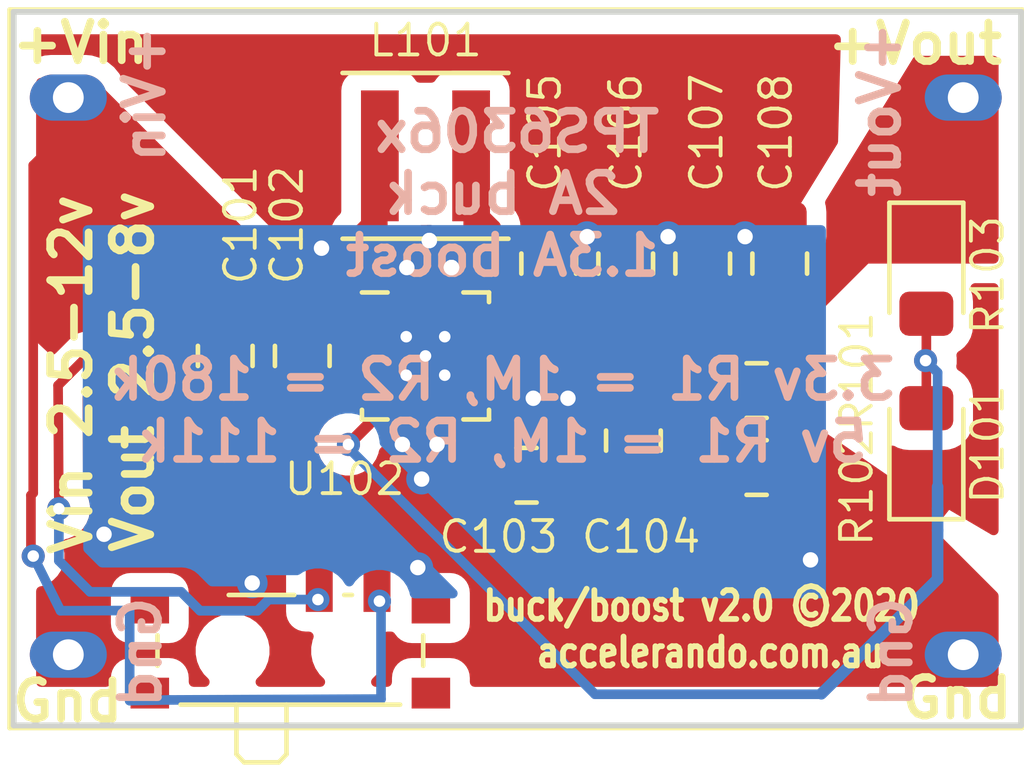
<source format=kicad_pcb>
(kicad_pcb (version 20211014) (generator pcbnew)
  (layers (0 "F.Cu" signal) (31 "B.Cu" signal) (34 "B.Paste" user) (35 "F.Paste" user) (36 "B.SilkS" user "B.Silkscreen") (37 "F.SilkS" user "F.Silkscreen") (38 "B.Mask" user) (39 "F.Mask" user) (44 "Edge.Cuts" user))
  (net 0 "")
  (net 1 "GND")
  (net 2 "+BATT")
  (net 3 "VCC")
  (net 4 "/PG")
  (net 5 "/EN")
  (net 6 "/VAUX")
  (net 7 "/FB")
  (net 8 "/L1")
  (net 9 "/L2")
  (footprint "Capacitor_SMD:C_0805_2012Metric_Pad1.15x1.40mm_HandSolder" (layer "F.Cu") (at 121.7 92 -90)
    (fp_text reference "C101" (at -3.4 -0.4 -90) (layer "F.SilkS") (effects (font (size 0.8 0.8) (thickness 0.1))))
    (fp_text value "10u")
    (fp_line (start -0.261252 -0.71) (end 0.261252 -0.71) (layer "F.SilkS") (width 0.12))
    (fp_line (start -0.261252 0.71) (end 0.261252 0.71) (layer "F.SilkS") (width 0.12))
    (pad "1" smd roundrect locked (at -1.025 0 270) (size 1.15 1.4) (layers "F.Cu" "F.Paste" "F.Mask") (roundrect_rratio 0.2173913043) (net 2 "+BATT"))
    (pad "2" smd roundrect locked (at 1.025 0 270) (size 1.15 1.4) (layers "F.Cu" "F.Paste" "F.Mask") (roundrect_rratio 0.2173913043) (net 1 "GND"))
  )
  (footprint "Capacitor_SMD:C_0805_2012Metric_Pad1.15x1.40mm_HandSolder" (layer "F.Cu") (at 123.7 92 -90)
    (fp_text reference "C102" (at -3.4 0.4 -90) (layer "F.SilkS") (effects (font (size 0.8 0.8) (thickness 0.1))))
    (fp_text value "10u")
    (fp_line (start -0.261252 0.71) (end 0.261252 0.71) (layer "F.SilkS") (width 0.12))
    (fp_line (start -0.261252 -0.71) (end 0.261252 -0.71) (layer "F.SilkS") (width 0.12))
    (pad "1" smd roundrect locked (at -1.025 0 270) (size 1.15 1.4) (layers "F.Cu" "F.Paste" "F.Mask") (roundrect_rratio 0.2173913043) (net 2 "+BATT"))
    (pad "2" smd roundrect locked (at 1.025 0 270) (size 1.15 1.4) (layers "F.Cu" "F.Paste" "F.Mask") (roundrect_rratio 0.2173913043) (net 1 "GND"))
  )
  (footprint "Capacitor_SMD:C_0805_2012Metric_Pad1.15x1.40mm_HandSolder" (layer "F.Cu") (at 130.1 89.6 90)
    (fp_text reference "C105" (at 3.4 -0.1 90) (layer "F.SilkS") (effects (font (size 0.8 0.8) (thickness 0.1))))
    (fp_text value "10u")
    (fp_line (start -0.261252 0.71) (end 0.261252 0.71) (layer "F.SilkS") (width 0.12))
    (fp_line (start -0.261252 -0.71) (end 0.261252 -0.71) (layer "F.SilkS") (width 0.12))
    (pad "1" smd roundrect locked (at -1.025 0 90) (size 1.15 1.4) (layers "F.Cu" "F.Paste" "F.Mask") (roundrect_rratio 0.2173913043) (net 3 "VCC"))
    (pad "2" smd roundrect locked (at 1.025 0 90) (size 1.15 1.4) (layers "F.Cu" "F.Paste" "F.Mask") (roundrect_rratio 0.2173913043) (net 1 "GND"))
  )
  (footprint "Capacitor_SMD:C_0805_2012Metric_Pad1.15x1.40mm_HandSolder" (layer "F.Cu") (at 132.1 89.6 90)
    (fp_text reference "C106" (at 3.4 0 90) (layer "F.SilkS") (effects (font (size 0.8 0.8) (thickness 0.1))))
    (fp_text value "10u")
    (fp_line (start -0.261252 0.71) (end 0.261252 0.71) (layer "F.SilkS") (width 0.12))
    (fp_line (start -0.261252 -0.71) (end 0.261252 -0.71) (layer "F.SilkS") (width 0.12))
    (pad "1" smd roundrect locked (at -1.025 0 90) (size 1.15 1.4) (layers "F.Cu" "F.Paste" "F.Mask") (roundrect_rratio 0.2173913043) (net 3 "VCC"))
    (pad "2" smd roundrect locked (at 1.025 0 90) (size 1.15 1.4) (layers "F.Cu" "F.Paste" "F.Mask") (roundrect_rratio 0.2173913043) (net 1 "GND"))
  )
  (footprint "Capacitor_SMD:C_0805_2012Metric_Pad1.15x1.40mm_HandSolder" (layer "F.Cu") (at 134.1 89.6 90)
    (fp_text reference "C107" (at 3.4 0.1 90) (layer "F.SilkS") (effects (font (size 0.8 0.8) (thickness 0.1))))
    (fp_text value "10u")
    (fp_line (start -0.261252 -0.71) (end 0.261252 -0.71) (layer "F.SilkS") (width 0.12))
    (fp_line (start -0.261252 0.71) (end 0.261252 0.71) (layer "F.SilkS") (width 0.12))
    (pad "1" smd roundrect locked (at -1.025 0 90) (size 1.15 1.4) (layers "F.Cu" "F.Paste" "F.Mask") (roundrect_rratio 0.2173913043) (net 3 "VCC"))
    (pad "2" smd roundrect locked (at 1.025 0 90) (size 1.15 1.4) (layers "F.Cu" "F.Paste" "F.Mask") (roundrect_rratio 0.2173913043) (net 1 "GND"))
  )
  (footprint "Capacitor_SMD:C_0805_2012Metric_Pad1.15x1.40mm_HandSolder" (layer "F.Cu") (at 136.1 89.6 90)
    (fp_text reference "C108" (at 3.4 -0.1 90) (layer "F.SilkS") (effects (font (size 0.8 0.8) (thickness 0.1))))
    (fp_text value "C")
    (fp_line (start -0.261252 -0.71) (end 0.261252 -0.71) (layer "F.SilkS") (width 0.12))
    (fp_line (start -0.261252 0.71) (end 0.261252 0.71) (layer "F.SilkS") (width 0.12))
    (pad "1" smd roundrect locked (at -1.025 0 90) (size 1.15 1.4) (layers "F.Cu" "F.Paste" "F.Mask") (roundrect_rratio 0.2173913043) (net 3 "VCC"))
    (pad "2" smd roundrect locked (at 1.025 0 90) (size 1.15 1.4) (layers "F.Cu" "F.Paste" "F.Mask") (roundrect_rratio 0.2173913043) (net 1 "GND"))
  )
  (footprint "Inductor_SMD:L_Coilcraft_XxL4020" (layer "F.Cu") (at 126.9 86.8)
    (fp_text reference "L101" (at 0 -3) (layer "F.SilkS") (effects (font (size 0.8 0.8) (thickness 0.1))))
    (fp_text value "LPS4020-152")
    (fp_line (start -2.154 -2.154) (end 2.154 -2.154) (layer "F.SilkS") (width 0.12))
    (fp_line (start 2.154 2.154) (end -2.154 2.154) (layer "F.SilkS") (width 0.12))
    (pad "1" smd rect locked (at -1.185 0) (size 0.98 3.4) (layers "F.Cu" "F.Paste" "F.Mask") (net 8 "/L1"))
    (pad "2" smd rect locked (at 1.185 0) (size 0.98 3.4) (layers "F.Cu" "F.Paste" "F.Mask") (net 9 "/L2"))
  )
  (footprint "Resistor_SMD:R_0805_2012Metric_Pad1.15x1.40mm_HandSolder" (layer "F.Cu") (at 135.5 92.9 180)
    (fp_text reference "R101" (at -2.6 0.5 90) (layer "F.SilkS") (effects (font (size 0.8 0.8) (thickness 0.1))))
    (fp_text value "1M")
    (fp_line (start -0.261252 -0.71) (end 0.261252 -0.71) (layer "F.SilkS") (width 0.12))
    (fp_line (start -0.261252 0.71) (end 0.261252 0.71) (layer "F.SilkS") (width 0.12))
    (pad "1" smd roundrect locked (at -1.025 0 180) (size 1.15 1.4) (layers "F.Cu" "F.Paste" "F.Mask") (roundrect_rratio 0.2173913043) (net 3 "VCC"))
    (pad "2" smd roundrect locked (at 1.025 0 180) (size 1.15 1.4) (layers "F.Cu" "F.Paste" "F.Mask") (roundrect_rratio 0.2173913043) (net 7 "/FB"))
  )
  (footprint "Resistor_SMD:R_0805_2012Metric_Pad1.15x1.40mm_HandSolder" (layer "F.Cu") (at 135.5 94.9)
    (fp_text reference "R102" (at 2.6 0.5 90) (layer "F.SilkS") (effects (font (size 0.8 0.8) (thickness 0.1))))
    (fp_text value "180k")
    (fp_line (start -0.261252 -0.71) (end 0.261252 -0.71) (layer "F.SilkS") (width 0.12))
    (fp_line (start -0.261252 0.71) (end 0.261252 0.71) (layer "F.SilkS") (width 0.12))
    (pad "1" smd roundrect locked (at -1.025 0) (size 1.15 1.4) (layers "F.Cu" "F.Paste" "F.Mask") (roundrect_rratio 0.2173913043) (net 7 "/FB"))
    (pad "2" smd roundrect locked (at 1.025 0) (size 1.15 1.4) (layers "F.Cu" "F.Paste" "F.Mask") (roundrect_rratio 0.2173913043) (net 1 "GND"))
  )
  (footprint "Accelerando:BUCKBOOST" (layer "F.Cu") (at 116.1 83)
    (fp_text reference "U101" hide)
    (fp_text value "BUCKBOOST")
    (fp_line (start 26.289 18.669) (end 26.3 0) (layer "F.SilkS") (width 0.12))
    (fp_line (start 0 18.669) (end 26.289 18.669) (layer "F.SilkS") (width 0.12))
    (fp_line (start 26.3 0) (end 0 0) (layer "F.SilkS") (width 0.12))
    (fp_line (start 0 0) (end 0 18.669) (layer "F.SilkS") (width 0.12))
    (pad "1" thru_hole oval locked (at 1.524 2.286 270) (size 1.2 2) (drill 0.8) (layers *.Cu *.Mask) (net 2 "+BATT"))
    (pad "2" thru_hole oval locked (at 1.524 16.764 270) (size 1.2 2) (drill 0.8) (layers *.Cu *.Mask) (net 1 "GND"))
    (pad "3" thru_hole oval locked (at 24.765 16.764 90) (size 1.2 2) (drill 0.8) (layers *.Cu *.Mask) (net 1 "GND"))
    (pad "4" thru_hole oval locked (at 24.765 2.286 90) (size 1.2 2) (drill 0.8) (layers *.Cu *.Mask) (net 3 "VCC"))
  )
  (footprint "Package_SON:Texas_S-PWSON-N10_ThermalVias" (layer "F.Cu") (at 126.9 92)
    (fp_text reference "U102" (at -2.1 3.2) (layer "F.SilkS") (effects (font (size 0.8 0.8) (thickness 0.1))))
    (fp_text value "TPS63060")
    (fp_line (start -1.65 1.65) (end -0.985 1.65) (layer "F.SilkS") (width 0.12))
    (fp_line (start 0.985 1.65) (end 1.65 1.65) (layer "F.SilkS") (width 0.12))
    (fp_line (start 0.985 -1.65) (end 1.65 -1.65) (layer "F.SilkS") (width 0.12))
    (fp_line (start -1.65 1.65) (end -1.65 1.4) (layer "F.SilkS") (width 0.12))
    (fp_line (start 1.65 1.4) (end 1.65 1.65) (layer "F.SilkS") (width 0.12))
    (fp_line (start 1.65 -1.4) (end 1.65 -1.65) (layer "F.SilkS") (width 0.12))
    (fp_line (start -1.65 -1.65) (end -0.985 -1.65) (layer "F.SilkS") (width 0.12))
    (pad "1" smd rect locked (at -1.76 -1) (size 0.28 0.28) (layers "F.Cu" "F.Paste" "F.Mask") (net 8 "/L1"))
    (pad "1" smd oval locked (at -1.475 -1) (size 0.85 0.28) (layers "F.Cu" "F.Paste" "F.Mask") (net 8 "/L1"))
    (pad "2" smd oval locked (at -1.475 -0.5) (size 0.85 0.28) (layers "F.Cu" "F.Paste" "F.Mask") (net 2 "+BATT"))
    (pad "2" smd rect locked (at -1.76 -0.5) (size 0.28 0.28) (layers "F.Cu" "F.Paste" "F.Mask") (net 2 "+BATT"))
    (pad "3" smd oval locked (at -1.475 0) (size 0.85 0.28) (layers "F.Cu" "F.Paste" "F.Mask") (net 5 "/EN"))
    (pad "3" smd rect locked (at -1.76 0) (size 0.28 0.28) (layers "F.Cu" "F.Paste" "F.Mask") (net 5 "/EN"))
    (pad "4" smd oval locked (at -1.475 0.5) (size 0.85 0.28) (layers "F.Cu" "F.Paste" "F.Mask") (net 1 "GND"))
    (pad "4" smd rect locked (at -1.76 0.5) (size 0.28 0.28) (layers "F.Cu" "F.Paste" "F.Mask") (net 1 "GND"))
    (pad "5" smd oval locked (at -1.475 1) (size 0.85 0.28) (layers "F.Cu" "F.Paste" "F.Mask") (net 4 "/PG"))
    (pad "5" smd rect locked (at -1.76 1) (size 0.28 0.28) (layers "F.Cu" "F.Paste" "F.Mask") (net 4 "/PG"))
    (pad "6" smd oval locked (at 1.475 1) (size 0.85 0.28) (layers "F.Cu" "F.Paste" "F.Mask") (net 6 "/VAUX"))
    (pad "6" smd rect locked (at 1.76 1) (size 0.28 0.28) (layers "F.Cu" "F.Paste" "F.Mask") (net 6 "/VAUX"))
    (pad "7" smd rect locked (at 1.76 0.5) (size 0.28 0.28) (layers "F.Cu" "F.Paste" "F.Mask") (net 1 "GND"))
    (pad "7" smd oval locked (at 1.475 0.5) (size 0.85 0.28) (layers "F.Cu" "F.Paste" "F.Mask") (net 1 "GND"))
    (pad "8" smd rect locked (at 1.76 0) (size 0.28 0.28) (layers "F.Cu" "F.Paste" "F.Mask") (net 7 "/FB"))
    (pad "8" smd oval locked (at 1.475 0) (size 0.85 0.28) (layers "F.Cu" "F.Paste" "F.Mask") (net 7 "/FB"))
    (pad "9" smd rect locked (at 1.76 -0.5) (size 0.28 0.28) (layers "F.Cu" "F.Paste" "F.Mask") (net 3 "VCC"))
    (pad "9" smd oval locked (at 1.475 -0.5) (size 0.85 0.28) (layers "F.Cu" "F.Paste" "F.Mask") (net 3 "VCC"))
    (pad "10" smd rect locked (at 1.76 -1) (size 0.28 0.28) (layers "F.Cu" "F.Paste" "F.Mask") (net 9 "/L2"))
    (pad "10" smd oval locked (at 1.475 -1) (size 0.85 0.28) (layers "F.Cu" "F.Paste" "F.Mask") (net 9 "/L2"))
    (pad "11" smd rect locked (at -0.6 -1.425) (size 0.25 0.7) (layers "F.Cu" "F.Paste" "F.Mask") (net 1 "GND"))
    (pad "11" smd rect locked (at 0.6 -1.425) (size 0.25 0.7) (layers "F.Cu" "F.Paste" "F.Mask") (net 1 "GND"))
    (pad "11" smd rect locked (at 0.6 -1.425) (size 0.23 0.6) (layers "F.Cu" "F.Paste" "F.Mask") (net 1 "GND"))
    (pad "11" thru_hole circle locked (at 0 0) (size 0.6 0.6) (drill 0.3) (layers *.Cu *.Mask) (net 1 "GND"))
    (pad "11" smd rect locked (at -0.001 0) (size 2.3 2.3) (layers "B.Cu") (net 1 "GND"))
    (pad "11" thru_hole circle locked (at 0.5 -0.5) (size 0.6 0.6) (drill 0.3) (layers *.Cu *.Mask) (net 1 "GND"))
    (pad "11" smd rect locked (at -0.435 0.56) (size 0.65 0.9) (layers "F.Cu" "F.Paste" "F.Mask") (net 1 "GND"))
    (pad "11" smd rect locked (at 0.435 0.56) (size 0.65 0.9) (layers "F.Cu" "F.Paste" "F.Mask") (net 1 "GND"))
    (pad "11" smd rect locked (at -0.6 1.425) (size 0.25 0.7) (layers "F.Cu" "F.Paste" "F.Mask") (net 1 "GND"))
    (pad "11" thru_hole circle locked (at -0.5 0.5) (size 0.6 0.6) (drill 0.3) (layers *.Cu *.Mask) (net 1 "GND"))
    (pad "11" smd rect locked (at 0.2 -1.425) (size 0.23 0.6) (layers "F.Cu" "F.Paste" "F.Mask") (net 1 "GND"))
    (pad "11" thru_hole circle locked (at -0.5 -0.5) (size 0.6 0.6) (drill 0.3) (layers *.Cu *.Mask) (net 1 "GND"))
    (pad "11" smd rect locked (at 0.6 1.425) (size 0.25 0.7) (layers "F.Cu" "F.Paste" "F.Mask") (net 1 "GND"))
    (pad "11" smd rect locked (at 0 0) (size 1.7 2.15) (layers "F.Cu" "F.Mask") (net 1 "GND"))
    (pad "11" smd rect locked (at -0.2 1.425) (size 0.25 0.7) (layers "F.Cu" "F.Paste" "F.Mask") (net 1 "GND"))
    (pad "11" smd rect locked (at -0.2 1.425) (size 0.23 0.6) (layers "F.Cu" "F.Paste" "F.Mask") (net 1 "GND"))
    (pad "11" smd rect locked (at -0.6 1.425) (size 0.23 0.6) (layers "F.Cu" "F.Paste" "F.Mask") (net 1 "GND"))
    (pad "11" smd rect locked (at -0.2 -1.425) (size 0.25 0.7) (layers "F.Cu" "F.Paste" "F.Mask") (net 1 "GND"))
    (pad "11" smd rect locked (at 0.2 -1.425) (size 0.25 0.7) (layers "F.Cu" "F.Paste" "F.Mask") (net 1 "GND"))
    (pad "11" thru_hole circle locked (at 0.5 0.5) (size 0.6 0.6) (drill 0.3) (layers *.Cu *.Mask) (net 1 "GND"))
    (pad "11" smd rect locked (at 0.2 1.425) (size 0.25 0.7) (layers "F.Cu" "F.Paste" "F.Mask") (net 1 "GND"))
    (pad "11" smd rect locked (at -0.435 -0.56) (size 0.65 0.9) (layers "F.Cu" "F.Paste" "F.Mask") (net 1 "GND"))
    (pad "11" smd rect locked (at -0.2 -1.425) (size 0.23 0.6) (layers "F.Cu" "F.Paste" "F.Mask") (net 1 "GND"))
    (pad "11" smd rect locked (at 0.6 1.425) (size 0.23 0.6) (layers "F.Cu" "F.Paste" "F.Mask") (net 1 "GND"))
    (pad "11" smd rect locked (at 0.435 -0.56) (size 0.65 0.9) (layers "F.Cu" "F.Paste" "F.Mask") (net 1 "GND"))
    (pad "11" smd rect locked (at 0.2 1.425) (size 0.23 0.6) (layers "F.Cu" "F.Paste" "F.Mask") (net 1 "GND"))
    (pad "11" smd rect locked (at -0.6 -1.425) (size 0.23 0.6) (layers "F.Cu" "F.Paste" "F.Mask") (net 1 "GND"))
  )
  (footprint "Capacitor_SMD:C_0805_2012Metric_Pad1.15x1.40mm_HandSolder" (layer "F.Cu") (at 132.3 94.2 -90)
    (fp_text reference "C104" (at 2.5 -0.2) (layer "F.SilkS") (effects (font (size 0.8 0.8) (thickness 0.1))))
    (fp_text value "10p")
    (fp_line (start -0.261252 0.71) (end 0.261252 0.71) (layer "F.SilkS") (width 0.12))
    (fp_line (start -0.261252 -0.71) (end 0.261252 -0.71) (layer "F.SilkS") (width 0.12))
    (pad "1" smd roundrect locked (at -1.025 0 270) (size 1.15 1.4) (layers "F.Cu" "F.Paste" "F.Mask") (roundrect_rratio 0.2173913043) (net 7 "/FB"))
    (pad "2" smd roundrect locked (at 1.025 0 270) (size 1.15 1.4) (layers "F.Cu" "F.Paste" "F.Mask") (roundrect_rratio 0.2173913043) (net 1 "GND"))
  )
  (footprint "Button_Switch_SMD:SW_SPDT_PCM12" (layer "F.Cu") (at 123.39066 99.33178)
    (fp_text reference "SW1" hide)
    (fp_text value "PWRON" hide)
    (fp_line (start 3.45 0.72) (end 3.45 -0.07) (layer "F.SilkS") (width 0.12))
    (fp_line (start -1.6 -1.12) (end 0.1 -1.12) (layer "F.SilkS") (width 0.12))
    (fp_line (start -1.4 3.02) (end -1.2 3.23) (layer "F.SilkS") (width 0.12))
    (fp_line (start -1.2 3.23) (end -0.3 3.23) (layer "F.SilkS") (width 0.12))
    (fp_line (start 1.4 -1.12) (end 1.6 -1.12) (layer "F.SilkS") (width 0.12))
    (fp_line (start -1.4 1.73) (end -1.4 3.02) (layer "F.SilkS") (width 0.12))
    (fp_line (start -2.85 1.73) (end 2.85 1.73) (layer "F.SilkS") (width 0.12))
    (fp_line (start -3.45 -0.07) (end -3.45 0.72) (layer "F.SilkS") (width 0.12))
    (fp_line (start -0.1 3.02) (end -0.3 3.23) (layer "F.SilkS") (width 0.12))
    (fp_line (start -0.1 3.02) (end -0.1 1.73) (layer "F.SilkS") (width 0.12))
    (pad "" smd rect locked (at -3.65 -0.78) (size 1 0.8) (layers "F.Cu" "F.Paste" "F.Mask"))
    (pad "" smd rect locked (at 3.65 1.43) (size 1 0.8) (layers "F.Cu" "F.Paste" "F.Mask"))
    (pad "" np_thru_hole circle locked (at -1.5 0.33) (size 0.9 0.9) (drill 0.9) (layers *.Cu *.Mask))
    (pad "" smd rect locked (at -3.65 1.43) (size 1 0.8) (layers "F.Cu" "F.Paste" "F.Mask"))
    (pad "" smd rect locked (at 3.65 -0.78) (size 1 0.8) (layers "F.Cu" "F.Paste" "F.Mask"))
    (pad "" np_thru_hole circle locked (at 1.5 0.33) (size 0.9 0.9) (drill 0.9) (layers *.Cu *.Mask))
    (pad "1" smd rect locked (at -2.25 -1.43) (size 0.7 1.5) (layers "F.Cu" "F.Paste" "F.Mask") (net 1 "GND"))
    (pad "2" smd rect locked (at 0.75 -1.43) (size 0.7 1.5) (layers "F.Cu" "F.Paste" "F.Mask") (net 5 "/EN"))
    (pad "3" smd rect locked (at 2.25 -1.43) (size 0.7 1.5) (layers "F.Cu" "F.Paste" "F.Mask") (net 2 "+BATT"))
  )
  (footprint "Capacitor_SMD:C_0805_2012Metric_Pad1.15x1.40mm_HandSolder" (layer "F.Cu") (at 129.525 95.1)
    (fp_text reference "C103" (at -0.725 1.6) (layer "F.SilkS") (effects (font (size 0.8 0.8) (thickness 0.1))))
    (fp_text value "0.1u")
    (fp_line (start -0.261252 -0.71) (end 0.261252 -0.71) (layer "F.SilkS") (width 0.12))
    (fp_line (start -0.261252 0.71) (end 0.261252 0.71) (layer "F.SilkS") (width 0.12))
    (pad "1" smd roundrect locked (at -1.025 0) (size 1.15 1.4) (layers "F.Cu" "F.Paste" "F.Mask") (roundrect_rratio 0.2173913043) (net 6 "/VAUX"))
    (pad "2" smd roundrect locked (at 1.025 0) (size 1.15 1.4) (layers "F.Cu" "F.Paste" "F.Mask") (roundrect_rratio 0.2173913043) (net 1 "GND"))
  )
  (footprint "Diode_SMD:D_0805_2012Metric_Pad1.15x1.40mm_HandSolder" (layer "F.Cu") (at 139.90828 89.8779 -90)
    (fp_text reference "R103" (at 0.0221 -1.59172 -90) (layer "F.SilkS") (effects (font (size 0.8 0.8) (thickness 0.1))))
    (fp_text value "1k")
    (fp_line (start -1.86 -0.96) (end -1.86 0.96) (layer "F.SilkS") (width 0.12))
    (fp_line (start -1.86 0.96) (end 1 0.96) (layer "F.SilkS") (width 0.12))
    (fp_line (start 1 -0.96) (end -1.86 -0.96) (layer "F.SilkS") (width 0.12))
    (pad "1" smd roundrect locked (at -1.025 0 270) (size 1.15 1.4) (layers "F.Cu" "F.Paste" "F.Mask") (roundrect_rratio 0.2173913043) (net 3 "VCC"))
    (pad "2" smd roundrect locked (at 1.025 0 270) (size 1.15 1.4) (layers "F.Cu" "F.Paste" "F.Mask") (roundrect_rratio 0.2173913043) (net 4 "/PG"))
  )
  (footprint "Diode_SMD:D_0805_2012Metric_Pad1.15x1.40mm_HandSolder" (layer "F.Cu") (at 139.90828 94.38386 90)
    (fp_text reference "D101" (at 0.08386 1.59172 90) (layer "F.SilkS") (effects (font (size 0.8 0.8) (thickness 0.1))))
    (fp_text value "LED")
    (fp_line (start -1.86 -0.96) (end -1.86 0.96) (layer "F.SilkS") (width 0.12))
    (fp_line (start 1 -0.96) (end -1.86 -0.96) (layer "F.SilkS") (width 0.12))
    (fp_line (start -1.86 0.96) (end 1 0.96) (layer "F.SilkS") (width 0.12))
    (pad "1" smd roundrect locked (at -1.025 0 90) (size 1.15 1.4) (layers "F.Cu" "F.Paste" "F.Mask") (roundrect_rratio 0.2173913043) (net 1 "GND"))
    (pad "2" smd roundrect locked (at 1.025 0 90) (size 1.15 1.4) (layers "F.Cu" "F.Paste" "F.Mask") (roundrect_rratio 0.2173913043) (net 4 "/PG"))
  )
  (gr_line (start 116.205 83.058) (end 116.205 101.6) (layer "Edge.Cuts") (width 0.15))
  (gr_line (start 116.205 101.6) (end 142.367 101.6) (layer "Edge.Cuts") (width 0.15))
  (gr_line (start 142.367 83.058) (end 116.205 83.058) (layer "Edge.Cuts") (width 0.15))
  (gr_line (start 142.367 101.6) (end 142.367 83.058) (layer "Edge.Cuts") (width 0.15))
  (gr_text "Gnd" (at 139 99.7 90) (layer "B.SilkS") (effects (font (size 1 1) (thickness 0.2)) (justify mirror)))
  (gr_text "+Vout" (at 138.7 85.6 90) (layer "B.SilkS") (effects (font (size 1 1) (thickness 0.2)) (justify mirror)))
  (gr_text "+Vin" (at 119.6 85.2 90) (layer "B.SilkS") (effects (font (size 1 1) (thickness 0.2)) (justify mirror)))
  (gr_text "Gnd" (at 119.5 99.7 90) (layer "B.SilkS") (effects (font (size 1 1) (thickness 0.2)) (justify mirror)))
  (gr_text "TPS6306x \n2A buck\n1.3A boost\n\n3.3v R1 = 1M, R2 = 180k\n5v R1 = 1M, R2 = 111k" (at 128.9 90.2) (layer "B.SilkS") (effects (font (size 1 1) (thickness 0.2)) (justify mirror)))
  (gr_text "Vout 2.5-8v" (at 119.3 92.4 90) (layer "F.SilkS") (effects (font (size 1 1) (thickness 0.2))))
  (gr_text "Gnd" (at 140.69822 100.89134) (layer "F.SilkS") (effects (font (size 1 1) (thickness 0.2))))
  (gr_text "Gnd" (at 117.60454 100.97262) (layer "F.SilkS") (effects (font (size 1 1) (thickness 0.2))))
  (gr_text "+Vin" (at 117.93982 83.86318) (layer "F.SilkS") (effects (font (size 1 1) (thickness 0.2))))
  (gr_text "buck/boost v2.0 ©2020 \naccelerando.com.au" (at 134.3 99.1) (layer "F.SilkS") (effects (font (size 0.75 0.6))))
  (gr_text "Vin 2.5-12v \n" (at 117.7 92.1 90) (layer "F.SilkS") (effects (font (size 1 1) (thickness 0.2))))
  (gr_text "+Vout" (at 139.61364 83.8835) (layer "F.SilkS") (effects (font (size 1 1) (thickness 0.2))))
  (segment (start 129.7 93.1) (end 130.55 93.95) (width 0.3) (layer "F.Cu") (net 1))
  (segment (start 137.2 94.9) (end 140.865 98.565) (width 0.3) (layer "F.Cu") (net 1))
  (segment (start 130.55 93.95) (end 130.55 94.3) (width 0.3) (layer "F.Cu") (net 1))
  (segment (start 132.3 95.225) (end 130.675 95.225) (width 0.3) (layer "F.Cu") (net 1))
  (segment (start 136.525 94.9) (end 137.2 94.9) (width 0.3) (layer "F.Cu") (net 1))
  (segment (start 140.865 98.565) (end 140.865 98.864) (width 0.3) (layer "F.Cu") (net 1))
  (segment (start 128.375 92.5) (end 129.1 92.5) (width 0.3) (layer "F.Cu") (net 1))
  (segment (start 129.1 92.5) (end 129.7 93.1) (width 0.3) (layer "F.Cu") (net 1))
  (segment (start 125.425 92.5) (end 124.225 92.5) (width 0.25) (layer "F.Cu") (net 1))
  (segment (start 130.55 94.3) (end 130.55 95.1) (width 0.3) (layer "F.Cu") (net 1))
  (segment (start 140.865 98.864) (end 140.865 99.764) (width 0.3) (layer "F.Cu") (net 1))
  (segment (start 124.225 92.5) (end 123.7 93.025) (width 0.25) (layer "F.Cu") (net 1))
  (segment (start 130.675 95.225) (end 130.55 95.1) (width 0.3) (layer "F.Cu") (net 1))
  (via (at 127 89) (size 0.8) (drill 0.4) (layers "F.Cu" "B.Cu") (net 1))
  (via (at 122.4 97.9) (size 0.8) (drill 0.4) (layers "F.Cu" "B.Cu") (net 1))
  (via (at 118.55196 96.6343) (size 0.8) (drill 0.4) (layers "F.Cu" "B.Cu") (net 1))
  (via (at 131.1 88.9) (size 0.8) (drill 0.4) (layers "F.Cu" "B.Cu") (net 1))
  (via (at 127.2 94.3) (size 0.8) (drill 0.4) (layers "F.Cu" "B.Cu") (net 1))
  (via (at 127.57499 89.702378) (size 0.8) (drill 0.4) (layers "F.Cu" "B.Cu") (net 1))
  (via (at 126.7 97.5) (size 0.8) (drill 0.4) (layers "F.Cu" "B.Cu") (net 1))
  (via (at 136.9 97.3) (size 0.8) (drill 0.4) (layers "F.Cu" "B.Cu") (net 1))
  (via (at 126.41501 89.703415) (size 0.8) (drill 0.4) (layers "F.Cu" "B.Cu") (net 1))
  (via (at 135.2 88.9) (size 0.8) (drill 0.4) (layers "F.Cu" "B.Cu") (net 1))
  (via (at 127.574986 89.702378) (size 0.8) (drill 0.4) (layers "F.Cu" "B.Cu") (net 1))
  (via (at 124.2 89.2) (size 0.8) (drill 0.4) (layers "F.Cu" "B.Cu") (net 1))
  (via (at 133.2 88.9) (size 0.8) (drill 0.4) (layers "F.Cu" "B.Cu") (net 1))
  (via (at 130.6 93.1) (size 0.8) (drill 0.4) (layers "F.Cu" "B.Cu") (net 1))
  (via (at 129.7 93.1) (size 0.8) (drill 0.4) (layers "F.Cu" "B.Cu") (net 1))
  (via (at 126.3 94.3) (size 0.8) (drill 0.4) (layers "F.Cu" "B.Cu") (net 1))
  (via (at 126.8 95.2) (size 0.8) (drill 0.4) (layers "F.Cu" "B.Cu") (net 1))
  (via (at 127.574988 89.702378) (size 0.8) (drill 0.4) (layers "F.Cu" "B.Cu") (net 1))
  (via (at 127 89) (size 0.8) (drill 0.4) (layers "F.Cu" "B.Cu") (net 1))
  (segment (start 125.646559 97.907679) (end 125.548944 97.907679) (width 0.25) (layer "F.Cu") (net 2))
  (segment (start 116.653479 95.620819) (end 116.713 95.561298) (width 0.25) (layer "F.Cu") (net 2))
  (segment (start 116.713 87.047) (end 117.624 86.136) (width 0.25) (layer "F.Cu") (net 2))
  (segment (start 117.624 86.136) (end 117.624 85.286) (width 0.25) (layer "F.Cu") (net 2))
  (segment (start 125.425 91.5) (end 124.225 91.5) (width 0.25) (layer "F.Cu") (net 2))
  (segment (start 124.225 91.5) (end 123.7 90.975) (width 0.25) (layer "F.Cu") (net 2))
  (segment (start 116.653479 97.141199) (end 116.653479 95.620819) (width 0.25) (layer "F.Cu") (net 2))
  (segment (start 116.713 95.561298) (end 116.713 87.047) (width 0.25) (layer "F.Cu") (net 2))
  (segment (start 116.713 97.20072) (end 116.653479 97.141199) (width 0.25) (layer "F.Cu") (net 2))
  (segment (start 125.665661 97.926781) (end 125.646559 97.907679) (width 0.25) (layer "F.Cu") (net 2))
  (via (at 125.7046 98.37166) (size 0.6) (drill 0.3) (layers "F.Cu" "B.Cu") (net 2))
  (via (at 116.713 97.20072) (size 0.6) (drill 0.3) (layers "F.Cu" "B.Cu") (net 2))
  (segment (start 117.422121 98.621681) (end 116.713 97.20072) (width 0.25) (layer "B.Cu") (net 2))
  (segment (start 125.74524 100.91674) (end 125.74524 98.4123) (width 0.25) (layer "B.Cu") (net 2))
  (segment (start 119.21744 98.6155) (end 117.422121 98.621681) (width 0.25) (layer "B.Cu") (net 2))
  (segment (start 125.74524 100.91674) (end 120.2309 100.9396) (width 0.25) (layer "B.Cu") (net 2))
  (segment (start 119.21744 100.95738) (end 119.21744 98.6155) (width 0.25) (layer "B.Cu") (net 2))
  (segment (start 125.74524 98.4123) (end 125.7046 98.37166) (width 0.25) (layer "B.Cu") (net 2))
  (segment (start 120.2309 100.9396) (end 119.21744 100.95738) (width 0.25) (layer "B.Cu") (net 2))
  (segment (start 136.1 90.625) (end 140.865 85.86) (width 0.3) (layer "F.Cu") (net 3))
  (segment (start 130.1 90.625) (end 132.1 90.625) (width 0.3) (layer "F.Cu") (net 3))
  (segment (start 129.225 91.5) (end 128.66 91.5) (width 0.3) (layer "F.Cu") (net 3))
  (segment (start 130.1 90.625) (end 129.225 91.5) (width 0.3) (layer "F.Cu") (net 3))
  (segment (start 136.525 92.9) (end 136.525 91.05) (width 0.3) (layer "F.Cu") (net 3))
  (segment (start 134.1 90.625) (end 132.1 90.625) (width 0.3) (layer "F.Cu") (net 3))
  (segment (start 139.9 86.251) (end 140.865 85.286) (width 0.3) (layer "F.Cu") (net 3))
  (segment (start 136.525 91.05) (end 136.1 90.625) (width 0.3) (layer "F.Cu") (net 3))
  (segment (start 140.865 85.86) (end 140.865 85.286) (width 0.3) (layer "F.Cu") (net 3))
  (segment (start 136.1 90.625) (end 134.1 90.625) (width 0.3) (layer "F.Cu") (net 3))
  (segment (start 139.90828 90.9029) (end 139.90828 92.1004) (width 0.25) (layer "F.Cu") (net 4))
  (segment (start 139.90828 92.14104) (end 139.88796 92.12072) (width 0.25) (layer "F.Cu") (net 4))
  (segment (start 139.90828 92.1004) (end 139.88796 92.12072) (width 0.25) (layer "F.Cu") (net 4))
  (segment (start 125.425 93.775) (end 124.9 94.3) (width 0.3) (layer "F.Cu") (net 4))
  (segment (start 139.90828 93.35886) (end 139.90828 92.14104) (width 0.25) (layer "F.Cu") (net 4))
  (segment (start 125.425 93) (end 125.425 93.775) (width 0.3) (layer "F.Cu") (net 4))
  (via (at 139.88796 92.12072) (size 0.6) (drill 0.3) (layers "F.Cu" "B.Cu") (net 4))
  (via (at 124.9 94.3) (size 0.6) (drill 0.3) (layers "F.Cu" "B.Cu") (net 4))
  (segment (start 140.199998 96.534858) (end 140.199998 92.432758) (width 0.25) (layer "B.Cu") (net 4))
  (segment (start 124.9 94.38952) (end 131.30276 100.79228) (width 0.25) (layer "B.Cu") (net 4))
  (segment (start 140.199998 92.432758) (end 139.88796 92.12072) (width 0.25) (layer "B.Cu") (net 4))
  (segment (start 137.16762 100.79228) (end 137.18032 100.77958) (width 0.25) (layer "B.Cu") (net 4))
  (segment (start 140.199998 97.800002) (end 140.199998 96.534858) (width 0.3) (layer "B.Cu") (net 4))
  (segment (start 140.199998 95.965685) (end 140.199998 95.4) (width 0.3) (layer "B.Cu") (net 4))
  (segment (start 137.18032 100.77958) (end 140.199998 97.800002) (width 0.3) (layer "B.Cu") (net 4))
  (segment (start 131.30276 100.79228) (end 137.16762 100.79228) (width 0.25) (layer "B.Cu") (net 4))
  (segment (start 140.199998 96.534858) (end 140.199998 95.965685) (width 0.3) (layer "B.Cu") (net 4))
  (segment (start 124.9 94.3) (end 124.9 94.38952) (width 0.25) (layer "B.Cu") (net 4))
  (segment (start 117.35816 92.76588) (end 117.37848 95.96882) (width 0.25) (layer "F.Cu") (net 5))
  (segment (start 125.425 92) (end 118.12404 92) (width 0.25) (layer "F.Cu") (net 5))
  (segment (start 118.12404 92) (end 117.35816 92.76588) (width 0.25) (layer "F.Cu") (net 5))
  (via (at 124.10694 98.33102) (size 0.6) (drill 0.3) (layers "F.Cu" "B.Cu") (net 5))
  (via (at 117.37848 95.96882) (size 0.6) (drill 0.3) (layers "F.Cu" "B.Cu") (net 5))
  (segment (start 118.18874 98.13036) (end 120.55348 98.13036) (width 0.25) (layer "B.Cu") (net 5))
  (segment (start 117.37848 95.96882) (end 117.37848 97.3201) (width 0.25) (layer "B.Cu") (net 5))
  (segment (start 122.827902 98.33102) (end 124.10694 98.33102) (width 0.25) (layer "B.Cu") (net 5))
  (segment (start 122.537241 98.621681) (end 122.827902 98.33102) (width 0.25) (layer "B.Cu") (net 5))
  (segment (start 121.044801 98.621681) (end 122.537241 98.621681) (width 0.25) (layer "B.Cu") (net 5))
  (segment (start 117.37848 97.3201) (end 118.18874 98.13036) (width 0.25) (layer "B.Cu") (net 5))
  (segment (start 120.55348 98.13036) (end 121.044801 98.621681) (width 0.25) (layer "B.Cu") (net 5))
  (segment (start 128.375 94.975) (end 128.5 95.1) (width 0.3) (layer "F.Cu") (net 6))
  (segment (start 128.375 93) (end 128.375 94.975) (width 0.3) (layer "F.Cu") (net 6))
  (segment (start 131.125 92) (end 132.3 93.175) (width 0.3) (layer "F.Cu") (net 7))
  (segment (start 134.475 92.9) (end 132.575 92.9) (width 0.3) (layer "F.Cu") (net 7))
  (segment (start 128.375 92) (end 131.125 92) (width 0.3) (layer "F.Cu") (net 7))
  (segment (start 134.475 94.9) (end 134.475 92.9) (width 0.3) (layer "F.Cu") (net 7))
  (segment (start 132.575 92.9) (end 132.3 93.175) (width 0.3) (layer "F.Cu") (net 7))
  (segment (start 125.715 88.9) (end 125.425 89.19) (width 0.4) (layer "F.Cu") (net 8))
  (segment (start 125.615 87.6) (end 125.615 90.81) (width 0.3) (layer "F.Cu") (net 8))
  (segment (start 125.715 88.9) (end 125.615 89) (width 0.4) (layer "F.Cu") (net 8))
  (segment (start 125.715 88.285) (end 125.14 88.86) (width 0.4) (layer "F.Cu") (net 8))
  (segment (start 125.425 89.19) (end 125.425 90.95999) (width 0.4) (layer "F.Cu") (net 8))
  (segment (start 125.715 86.8) (end 125.715 88.285) (width 0.4) (layer "F.Cu") (net 8))
  (segment (start 125.615 89) (end 125.615 90.81) (width 0.4) (layer "F.Cu") (net 8))
  (segment (start 125.615 90.81) (end 125.425 91) (width 0.3) (layer "F.Cu") (net 8))
  (segment (start 125.425 88.875) (end 125.425 89.19) (width 0.4) (layer "F.Cu") (net 8))
  (segment (start 125.715 86.8) (end 125.715 88.9) (width 0.4) (layer "F.Cu") (net 8))
  (segment (start 125.14 88.86) (end 125.14 90.95999) (width 0.4) (layer "F.Cu") (net 8))
  (segment (start 125.715 88.585) (end 125.425 88.875) (width 0.4) (layer "F.Cu") (net 8))
  (segment (start 125.715 86.8) (end 125.715 88.585) (width 0.4) (layer "F.Cu") (net 8))
  (segment (start 128.085 88.9) (end 128.375 89.19) (width 0.4) (layer "F.Cu") (net 9))
  (segment (start 128.66 88.66) (end 128.66 90.94999) (width 0.4) (layer "F.Cu") (net 9))
  (segment (start 128.375 91) (end 128.375 87.99) (width 0.3) (layer "F.Cu") (net 9))
  (segment (start 128.085 86.8) (end 128.085 88.085) (width 0.4) (layer "F.Cu") (net 9))
  (segment (start 128.375 89.19) (end 128.375 90.95999) (width 0.4) (layer "F.Cu") (net 9))
  (segment (start 128.085 86.8) (end 128.085 88.9) (width 0.4) (layer "F.Cu") (net 9))
  (segment (start 128.085 88.085) (end 128.66 88.66) (width 0.4) (layer "F.Cu") (net 9))
  (segment (start 128.375 87.99) (end 127.985 87.6) (width 0.3) (layer "F.Cu") (net 9))
  (zone (net 1) (net_name "GND") (layer "F.Cu") (priority 1) (connect_pads yes (clearance 0.508)) (min_thickness 0.254) (fill yes (thermal_gap 0.508) (thermal_bridge_width 0.508))
    (polygon (pts (xy 116.6 100.6) (xy 116.6 93.2) (xy 116.7 83.4) (xy 142.1 83.4) (xy 142 100.6)))
  )
  (zone (net 3) (net_name "VCC") (layer "F.Cu") (priority 2) (connect_pads yes (clearance 0.508)) (min_thickness 0.254) (fill yes (thermal_gap 0.508) (thermal_bridge_width 0.508))
    (polygon (pts (xy 129.2 91.6) (xy 129.1 89.9) (xy 136.1 89.9) (xy 139.6 84.2) (xy 141.9 84.2) (xy 141.9 89.6) (xy 138.4 89.6) (xy 136.5 91.5)))
  )
  (zone (net 2) (net_name "+BATT") (layer "F.Cu") (priority 2) (connect_pads yes (clearance 0.508)) (min_thickness 0.254) (fill yes (thermal_gap 0.508) (thermal_bridge_width 0.508))
    (polygon (pts (xy 116.6 84.75) (xy 116.6 91.45) (xy 117.3 92.1) (xy 125.8 92.1) (xy 125.8 91.4) (xy 124.9 91.4) (xy 118.3 84.8) (xy 117.3 84.8)))
  )
  (zone (net 0) (net_name "") (layer "F.Cu") (connect_pads yes (clearance 0)) (min_thickness 0.254)
    (keepout (tracks allowed) (vias allowed) (pads allowed) (copperpour not_allowed) (footprints allowed))
    (fill (thermal_gap 0.508) (thermal_bridge_width 0.508))
    (polygon (pts (xy 140.5 96) (xy 142.2 97) (xy 142.1 98.5) (xy 140.1 96.5)))
  )
  (zone (net 0) (net_name "") (layers F&B.Cu) (connect_pads yes (clearance 0)) (min_thickness 0.254)
    (keepout (tracks allowed) (vias not_allowed) (pads allowed) (copperpour not_allowed) (footprints allowed))
    (fill (thermal_gap 0.508) (thermal_bridge_width 0.508))
    (polygon (pts (xy 126.3 84.9) (xy 127.4 84.9) (xy 127.4 88.6) (xy 126.4 88.6)))
  )
  (zone (net 0) (net_name "") (layer "F.Cu") (connect_pads yes (clearance 0)) (min_thickness 0.254)
    (keepout (tracks allowed) (vias allowed) (pads allowed) (copperpour not_allowed) (footprints allowed))
    (fill (thermal_gap 0.508) (thermal_bridge_width 0.508))
    (polygon (pts (xy 137.7 83.3) (xy 137.6 87) (xy 138.4 85.8) (xy 138.5 83.3)))
  )
  (zone (net 0) (net_name "") (layer "F.Cu") (connect_pads yes (clearance 0)) (min_thickness 0.254)
    (keepout (tracks allowed) (vias allowed) (pads allowed) (copperpour not_allowed) (footprints allowed))
    (fill (thermal_gap 0.508) (thermal_bridge_width 0.508))
    (polygon (pts (xy 138.9 95.1) (xy 137.3 94) (xy 137.4 93) (xy 138.9 93.8)))
  )
  (zone (net 1) (net_name "GND") (layer "B.Cu") (priority 2) (connect_pads yes (clearance 0.508)) (min_thickness 0.254) (fill yes (thermal_gap 0.508) (thermal_bridge_width 0.508))
    (polygon (pts (xy 118 88.6) (xy 137.3 88.6) (xy 137.3 98.3) (xy 118 98.3)))
  )
)
</source>
